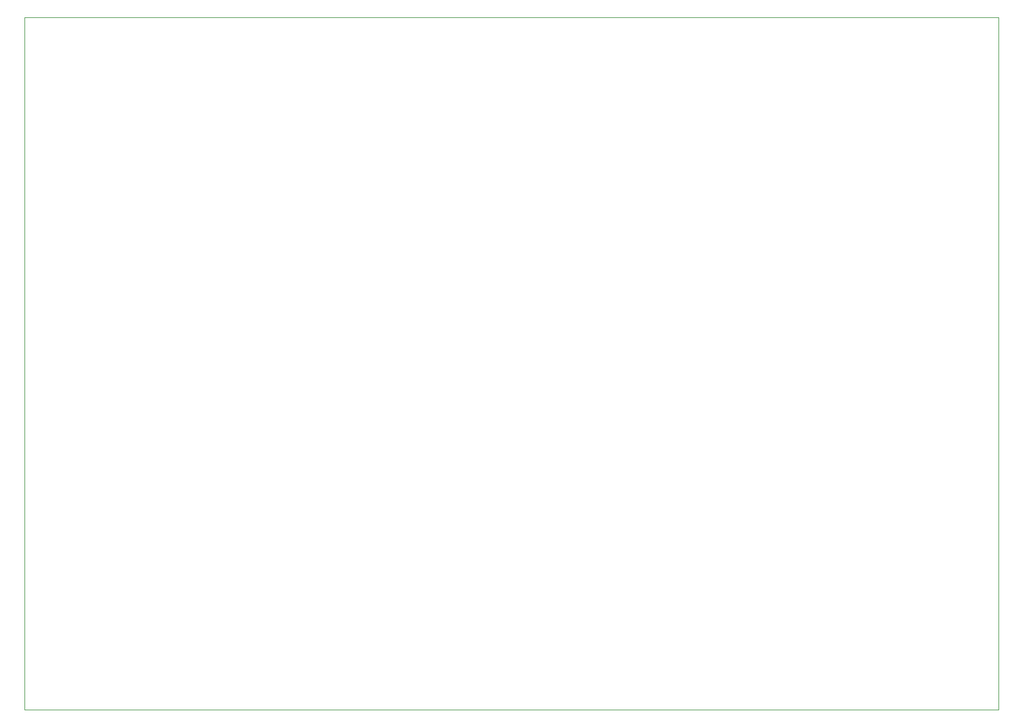
<source format=gbr>
G04 #@! TF.GenerationSoftware,KiCad,Pcbnew,(5.1.5-0-10_14)*
G04 #@! TF.CreationDate,2020-06-01T11:02:15+02:00*
G04 #@! TF.ProjectId,Main_Board_v1_2_smd,4d61696e-5f42-46f6-9172-645f76315f32,rev?*
G04 #@! TF.SameCoordinates,Original*
G04 #@! TF.FileFunction,Profile,NP*
%FSLAX46Y46*%
G04 Gerber Fmt 4.6, Leading zero omitted, Abs format (unit mm)*
G04 Created by KiCad (PCBNEW (5.1.5-0-10_14)) date 2020-06-01 11:02:15*
%MOMM*%
%LPD*%
G04 APERTURE LIST*
%ADD10C,0.050000*%
G04 APERTURE END LIST*
D10*
X27357854Y-130869383D02*
X27357854Y-32869383D01*
X118357854Y-32869383D02*
X165357854Y-32869383D01*
X27357854Y-32869383D02*
X118357854Y-32869383D01*
X165357854Y-130869383D02*
X27357854Y-130869383D01*
X165357854Y-32869383D02*
X165357854Y-130869383D01*
M02*

</source>
